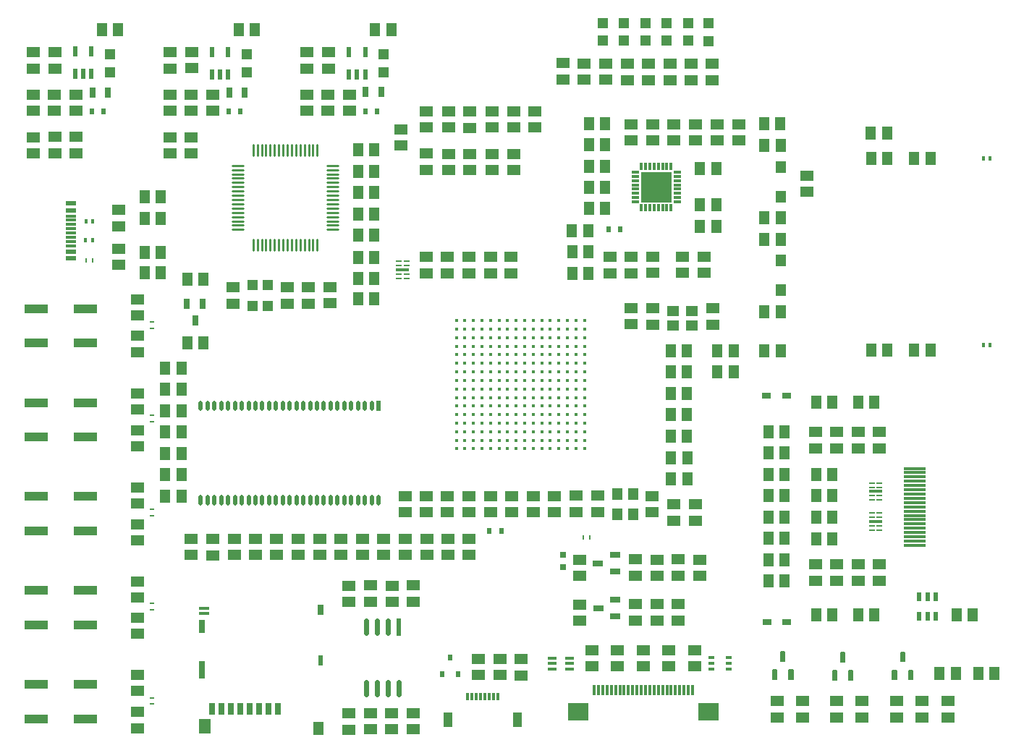
<source format=gbr>
G04 EAGLE Gerber RS-274X export*
G75*
%MOMM*%
%FSLAX34Y34*%
%LPD*%
%INSolderpaste Top*%
%IPPOS*%
%AMOC8*
5,1,8,0,0,1.08239X$1,22.5*%
G01*
%ADD10R,1.500000X1.300000*%
%ADD11R,1.300000X1.500000*%
%ADD12R,1.550000X0.400000*%
%ADD13R,0.675000X0.200000*%
%ADD14R,0.400000X0.500000*%
%ADD15R,0.250000X0.500000*%
%ADD16R,0.800000X0.800000*%
%ADD17R,0.850000X0.300000*%
%ADD18R,0.300000X0.850000*%
%ADD19R,3.600000X3.600000*%
%ADD20R,0.800000X1.400000*%
%ADD21R,1.150000X0.450000*%
%ADD22R,1.350000X1.800000*%
%ADD23R,0.650000X2.140000*%
%ADD24R,0.650000X1.600000*%
%ADD25R,0.650000X1.300000*%
%ADD26R,0.600000X1.150000*%
%ADD27R,1.160000X1.500000*%
%ADD28R,0.800000X1.200000*%
%ADD29R,1.200000X1.200000*%
%ADD30R,0.559000X0.724000*%
%ADD31C,0.150000*%
%ADD32R,2.750000X1.000000*%
%ADD33C,0.450000*%
%ADD34R,0.500000X0.250000*%
%ADD35R,0.300000X0.900000*%
%ADD36R,1.100000X1.800000*%
%ADD37R,0.700000X1.250000*%
%ADD38R,1.400000X1.200000*%
%ADD39R,1.200000X1.400000*%
%ADD40R,1.250000X0.700000*%
%ADD41R,2.400000X2.000000*%
%ADD42R,0.300000X1.250000*%
%ADD43R,0.780000X0.350000*%
%ADD44R,1.000000X0.750000*%
%ADD45R,2.600000X0.300000*%
%ADD46R,0.532000X1.072000*%
%ADD47R,0.600000X1.200000*%
%ADD48C,0.250000*%
%ADD49R,0.598000X2.005000*%
%ADD50C,0.598000*%
%ADD51R,1.000000X0.400000*%
%ADD52R,0.600000X0.800000*%
%ADD53R,1.150000X0.600000*%
%ADD54R,1.150000X0.300000*%
%ADD55R,0.486000X1.206000*%
%ADD56C,0.486000*%
%ADD57R,1.200000X1.300000*%


D10*
X360200Y750400D03*
X360200Y769400D03*
D11*
X439000Y704700D03*
X420000Y704700D03*
X919300Y374700D03*
X900300Y374700D03*
X919300Y350200D03*
X900300Y350200D03*
X919300Y325200D03*
X900300Y325200D03*
X919300Y300200D03*
X900300Y300200D03*
X919300Y275200D03*
X900300Y275200D03*
X919300Y250200D03*
X900300Y250200D03*
X919300Y225200D03*
X900300Y225200D03*
X919300Y200200D03*
X900300Y200200D03*
X189100Y649700D03*
X170100Y649700D03*
X189100Y624700D03*
X170100Y624700D03*
X194500Y449600D03*
X213500Y449600D03*
X194500Y424600D03*
X213500Y424600D03*
D10*
X274200Y524900D03*
X274200Y543900D03*
X337200Y524900D03*
X337200Y543900D03*
X200200Y750400D03*
X200200Y769400D03*
X224900Y750500D03*
X224900Y769500D03*
X249700Y750400D03*
X249700Y769400D03*
X384900Y750500D03*
X384900Y769500D03*
X469900Y710000D03*
X469900Y729000D03*
D11*
X859500Y445400D03*
X840500Y445400D03*
X805000Y444900D03*
X786000Y444900D03*
D10*
X674900Y281000D03*
X674900Y300000D03*
D11*
X805300Y320200D03*
X786300Y320200D03*
X805300Y344700D03*
X786300Y344700D03*
D10*
X524700Y280700D03*
X524700Y299700D03*
X524800Y579300D03*
X524800Y560300D03*
X549747Y579489D03*
X549747Y560489D03*
X409700Y750400D03*
X409700Y769400D03*
X39700Y700700D03*
X39700Y719700D03*
X475200Y280700D03*
X475200Y299700D03*
X575046Y280774D03*
X575046Y299774D03*
X90200Y700900D03*
X90200Y719900D03*
X65200Y700900D03*
X65200Y719900D03*
X40200Y750400D03*
X40200Y769400D03*
D11*
X820200Y640300D03*
X839200Y640300D03*
X914600Y469700D03*
X895600Y469700D03*
X859300Y469700D03*
X840300Y469700D03*
D10*
X739800Y734800D03*
X739800Y715800D03*
X64900Y750500D03*
X64900Y769500D03*
X824700Y560700D03*
X824700Y579700D03*
D11*
X670900Y560300D03*
X689900Y560300D03*
X670700Y585300D03*
X689700Y585300D03*
X670400Y610300D03*
X689400Y610300D03*
D10*
X599850Y280757D03*
X599850Y299757D03*
X649815Y280732D03*
X649815Y299732D03*
X624850Y280757D03*
X624850Y299757D03*
D11*
X420200Y530300D03*
X439200Y530300D03*
D10*
X161800Y529800D03*
X161800Y510800D03*
X162300Y419800D03*
X162300Y400800D03*
X89700Y750400D03*
X89700Y769400D03*
X162300Y309800D03*
X162300Y290800D03*
X162300Y199800D03*
X162300Y180800D03*
X162300Y90300D03*
X162300Y71300D03*
X250300Y249300D03*
X250300Y230300D03*
X764200Y280700D03*
X764200Y299700D03*
X484200Y26700D03*
X484200Y45700D03*
D11*
X189100Y585200D03*
X170100Y585200D03*
X239300Y553700D03*
X220300Y553700D03*
D10*
X835200Y500400D03*
X835200Y519400D03*
X765200Y500400D03*
X765200Y519400D03*
D11*
X1039000Y724700D03*
X1020000Y724700D03*
X189100Y560700D03*
X170100Y560700D03*
D10*
X944800Y674800D03*
X944800Y655800D03*
X549700Y280700D03*
X549700Y299700D03*
X744700Y206400D03*
X744700Y225400D03*
X769700Y206200D03*
X769700Y225200D03*
X679700Y206200D03*
X679700Y225200D03*
X744700Y153900D03*
X744700Y172900D03*
D11*
X439100Y679700D03*
X420100Y679700D03*
D10*
X769700Y154200D03*
X769700Y173200D03*
X679700Y153700D03*
X679700Y172700D03*
X794700Y206400D03*
X794700Y225400D03*
X819700Y206200D03*
X819700Y225200D03*
X794700Y154200D03*
X794700Y173200D03*
D11*
X1024100Y409700D03*
X1005100Y409700D03*
X974800Y409700D03*
X955800Y409700D03*
X1024100Y160200D03*
X1005100Y160200D03*
X974800Y160200D03*
X955800Y160200D03*
D10*
X955200Y200700D03*
X955200Y219700D03*
D12*
X472200Y564300D03*
D13*
X467820Y574300D03*
X467820Y569300D03*
X467820Y559300D03*
X467820Y554300D03*
X476580Y554300D03*
X476580Y559300D03*
X476580Y569300D03*
X476580Y574300D03*
D14*
X101600Y621100D03*
X109600Y621100D03*
X101300Y599100D03*
X109300Y599100D03*
D15*
X683350Y250800D03*
X690850Y250800D03*
D16*
X660100Y230500D03*
X660100Y216500D03*
D17*
X793300Y643900D03*
X793300Y648900D03*
X793300Y653900D03*
X793300Y658900D03*
X793300Y663900D03*
X793300Y668900D03*
X793300Y673900D03*
X793300Y678900D03*
D18*
X786300Y685900D03*
X781300Y685900D03*
X776300Y685900D03*
X771300Y685900D03*
X766300Y685900D03*
X761300Y685900D03*
X756300Y685900D03*
X751300Y685900D03*
D17*
X744300Y678900D03*
X744300Y673900D03*
X744300Y668900D03*
X744300Y663900D03*
X744300Y658900D03*
X744300Y653900D03*
X744300Y648900D03*
X744300Y643900D03*
D18*
X751300Y636900D03*
X756300Y636900D03*
X761300Y636900D03*
X766300Y636900D03*
X771300Y636900D03*
X776300Y636900D03*
X781300Y636900D03*
X786300Y636900D03*
D19*
X768800Y661400D03*
D20*
X326450Y50400D03*
X315440Y50400D03*
X304440Y50400D03*
X293440Y50400D03*
X282440Y50400D03*
X271440Y50400D03*
X260440Y50400D03*
X249440Y50400D03*
D21*
X239790Y168650D03*
X239790Y162050D03*
D22*
X240800Y29900D03*
D23*
X237290Y96200D03*
D24*
X237290Y147000D03*
D25*
X376300Y166400D03*
D26*
X376550Y107150D03*
D27*
X373740Y27400D03*
D28*
X109500Y771800D03*
X127500Y771800D03*
X269500Y772300D03*
X287500Y772300D03*
D29*
X450100Y816900D03*
X450100Y795900D03*
X706200Y832500D03*
X706200Y853500D03*
X730700Y832500D03*
X730700Y853500D03*
X756200Y832500D03*
X756200Y853500D03*
X780700Y832500D03*
X780700Y853500D03*
X806200Y832500D03*
X806200Y853500D03*
X830200Y832400D03*
X830200Y853400D03*
X130100Y816900D03*
X130100Y795900D03*
X290100Y816900D03*
X290100Y795900D03*
D30*
X518300Y91260D03*
X537300Y91260D03*
X527800Y110940D03*
D31*
X909850Y95900D02*
X909850Y85100D01*
X905350Y85100D01*
X905350Y95900D01*
X909850Y95900D01*
X909850Y86525D02*
X905350Y86525D01*
X905350Y87950D02*
X909850Y87950D01*
X909850Y89375D02*
X905350Y89375D01*
X905350Y90800D02*
X909850Y90800D01*
X909850Y92225D02*
X905350Y92225D01*
X905350Y93650D02*
X909850Y93650D01*
X909850Y95075D02*
X905350Y95075D01*
X928850Y95900D02*
X928850Y85100D01*
X924350Y85100D01*
X924350Y95900D01*
X928850Y95900D01*
X928850Y86525D02*
X924350Y86525D01*
X924350Y87950D02*
X928850Y87950D01*
X928850Y89375D02*
X924350Y89375D01*
X924350Y90800D02*
X928850Y90800D01*
X928850Y92225D02*
X924350Y92225D01*
X924350Y93650D02*
X928850Y93650D01*
X928850Y95075D02*
X924350Y95075D01*
X919350Y106300D02*
X919350Y117100D01*
X919350Y106300D02*
X914850Y106300D01*
X914850Y117100D01*
X919350Y117100D01*
X919350Y107725D02*
X914850Y107725D01*
X914850Y109150D02*
X919350Y109150D01*
X919350Y110575D02*
X914850Y110575D01*
X914850Y112000D02*
X919350Y112000D01*
X919350Y113425D02*
X914850Y113425D01*
X914850Y114850D02*
X919350Y114850D01*
X919350Y116275D02*
X914850Y116275D01*
X1049850Y95700D02*
X1049850Y84900D01*
X1045350Y84900D01*
X1045350Y95700D01*
X1049850Y95700D01*
X1049850Y86325D02*
X1045350Y86325D01*
X1045350Y87750D02*
X1049850Y87750D01*
X1049850Y89175D02*
X1045350Y89175D01*
X1045350Y90600D02*
X1049850Y90600D01*
X1049850Y92025D02*
X1045350Y92025D01*
X1045350Y93450D02*
X1049850Y93450D01*
X1049850Y94875D02*
X1045350Y94875D01*
X1068850Y95700D02*
X1068850Y84900D01*
X1064350Y84900D01*
X1064350Y95700D01*
X1068850Y95700D01*
X1068850Y86325D02*
X1064350Y86325D01*
X1064350Y87750D02*
X1068850Y87750D01*
X1068850Y89175D02*
X1064350Y89175D01*
X1064350Y90600D02*
X1068850Y90600D01*
X1068850Y92025D02*
X1064350Y92025D01*
X1064350Y93450D02*
X1068850Y93450D01*
X1068850Y94875D02*
X1064350Y94875D01*
X1059350Y106100D02*
X1059350Y116900D01*
X1059350Y106100D02*
X1054850Y106100D01*
X1054850Y116900D01*
X1059350Y116900D01*
X1059350Y107525D02*
X1054850Y107525D01*
X1054850Y108950D02*
X1059350Y108950D01*
X1059350Y110375D02*
X1054850Y110375D01*
X1054850Y111800D02*
X1059350Y111800D01*
X1059350Y113225D02*
X1054850Y113225D01*
X1054850Y114650D02*
X1059350Y114650D01*
X1059350Y116075D02*
X1054850Y116075D01*
X979850Y95500D02*
X979850Y84700D01*
X975350Y84700D01*
X975350Y95500D01*
X979850Y95500D01*
X979850Y86125D02*
X975350Y86125D01*
X975350Y87550D02*
X979850Y87550D01*
X979850Y88975D02*
X975350Y88975D01*
X975350Y90400D02*
X979850Y90400D01*
X979850Y91825D02*
X975350Y91825D01*
X975350Y93250D02*
X979850Y93250D01*
X979850Y94675D02*
X975350Y94675D01*
X998850Y95500D02*
X998850Y84700D01*
X994350Y84700D01*
X994350Y95500D01*
X998850Y95500D01*
X998850Y86125D02*
X994350Y86125D01*
X994350Y87550D02*
X998850Y87550D01*
X998850Y88975D02*
X994350Y88975D01*
X994350Y90400D02*
X998850Y90400D01*
X998850Y91825D02*
X994350Y91825D01*
X994350Y93250D02*
X998850Y93250D01*
X998850Y94675D02*
X994350Y94675D01*
X989350Y105900D02*
X989350Y116700D01*
X989350Y105900D02*
X984850Y105900D01*
X984850Y116700D01*
X989350Y116700D01*
X989350Y107325D02*
X984850Y107325D01*
X984850Y108750D02*
X989350Y108750D01*
X989350Y110175D02*
X984850Y110175D01*
X984850Y111600D02*
X989350Y111600D01*
X989350Y113025D02*
X984850Y113025D01*
X984850Y114450D02*
X989350Y114450D01*
X989350Y115875D02*
X984850Y115875D01*
D11*
X439100Y554700D03*
X420100Y554700D03*
D10*
X140200Y615400D03*
X140200Y634400D03*
D11*
X1039300Y695200D03*
X1020300Y695200D03*
D10*
X764700Y715700D03*
X764700Y734700D03*
D11*
X1039300Y470200D03*
X1020300Y470200D03*
D10*
X799800Y579800D03*
X799800Y560800D03*
D11*
X914300Y515200D03*
X895300Y515200D03*
X914300Y600200D03*
X895300Y600200D03*
X914300Y625200D03*
X895300Y625200D03*
X914300Y710200D03*
X895300Y710200D03*
D10*
X814800Y734800D03*
X814800Y715800D03*
X789800Y734800D03*
X789800Y715800D03*
X140200Y570400D03*
X140200Y589400D03*
D11*
X690200Y735300D03*
X709200Y735300D03*
X690200Y685800D03*
X709200Y685800D03*
X690200Y660800D03*
X709200Y660800D03*
X690200Y636300D03*
X709200Y636300D03*
D10*
X739700Y500700D03*
X739700Y519700D03*
X765200Y560700D03*
X765200Y579700D03*
D11*
X690200Y710800D03*
X709200Y710800D03*
D10*
X865300Y734800D03*
X865300Y715800D03*
X840300Y734800D03*
X840300Y715800D03*
X753700Y100200D03*
X753700Y119200D03*
D11*
X459100Y845200D03*
X440100Y845200D03*
D10*
X723700Y100200D03*
X723700Y119200D03*
X693700Y100200D03*
X693700Y119200D03*
X783700Y100200D03*
X783700Y119200D03*
X813700Y100200D03*
X813700Y119200D03*
X955200Y355700D03*
X955200Y374700D03*
X980200Y355700D03*
X980200Y374700D03*
X1005200Y355700D03*
X1005200Y374700D03*
X1030200Y355700D03*
X1030200Y374700D03*
D11*
X974800Y325200D03*
X955800Y325200D03*
X974800Y300200D03*
X955800Y300200D03*
D10*
X789700Y270900D03*
X789700Y289900D03*
D11*
X974800Y274700D03*
X955800Y274700D03*
X974800Y249700D03*
X955800Y249700D03*
D10*
X1030200Y200700D03*
X1030200Y219700D03*
X979800Y219800D03*
X979800Y200800D03*
X1005300Y219800D03*
X1005300Y200800D03*
D11*
X1119300Y91700D03*
X1100300Y91700D03*
X1139300Y160200D03*
X1120300Y160200D03*
X1145700Y91800D03*
X1164700Y91800D03*
D10*
X1110200Y40700D03*
X1110200Y59700D03*
X1009700Y40700D03*
X1009700Y59700D03*
X714800Y579600D03*
X714800Y560600D03*
X939700Y40700D03*
X939700Y59700D03*
X1050200Y40700D03*
X1050200Y59700D03*
X979700Y40700D03*
X979700Y59700D03*
X910200Y40700D03*
X910200Y59700D03*
X1079700Y40700D03*
X1079700Y59700D03*
X739800Y579600D03*
X739800Y560600D03*
D11*
X139300Y845700D03*
X120300Y845700D03*
X299300Y845200D03*
X280300Y845200D03*
D10*
X627200Y730900D03*
X627200Y749900D03*
X709700Y786900D03*
X709700Y805900D03*
X659700Y787400D03*
X659700Y806400D03*
X684800Y806100D03*
X684800Y787100D03*
X362200Y525100D03*
X362200Y544100D03*
X734800Y805600D03*
X734800Y786600D03*
X759800Y805600D03*
X759800Y786600D03*
X784800Y805600D03*
X784800Y786600D03*
X809800Y805600D03*
X809800Y786600D03*
X834300Y805600D03*
X834300Y786600D03*
X161800Y487100D03*
X161800Y468100D03*
X162300Y376600D03*
X162300Y357600D03*
X162300Y266600D03*
X162300Y247600D03*
X162300Y157600D03*
X162300Y138600D03*
X162300Y47100D03*
X162300Y28100D03*
X387200Y525300D03*
X387200Y544300D03*
X300300Y249600D03*
X300300Y230600D03*
X350300Y249600D03*
X350300Y230600D03*
X400300Y249600D03*
X400300Y230600D03*
X450300Y249600D03*
X450300Y230600D03*
X500300Y249600D03*
X500300Y230600D03*
X224800Y249600D03*
X224800Y230600D03*
X700200Y280900D03*
X700200Y299900D03*
X602200Y730900D03*
X602200Y749900D03*
X576700Y730900D03*
X576700Y749900D03*
X360200Y800200D03*
X360200Y819200D03*
X525700Y730900D03*
X525700Y749900D03*
X499700Y730900D03*
X499700Y749900D03*
X602200Y680900D03*
X602200Y699900D03*
X576700Y680900D03*
X576700Y699900D03*
X525700Y680900D03*
X525700Y699900D03*
X499700Y681400D03*
X499700Y700400D03*
X375300Y249600D03*
X375300Y230600D03*
X425300Y249600D03*
X425300Y230600D03*
X475300Y249600D03*
X475300Y230600D03*
X385200Y800200D03*
X385200Y819200D03*
X525300Y249600D03*
X525300Y230600D03*
X459300Y45600D03*
X459300Y26600D03*
X434300Y45600D03*
X434300Y26600D03*
X459700Y175900D03*
X459700Y194900D03*
X409200Y175900D03*
X409200Y194900D03*
X434800Y195100D03*
X434800Y176100D03*
X484300Y195100D03*
X484300Y176100D03*
X409200Y26400D03*
X409200Y45400D03*
X560800Y109100D03*
X560800Y90100D03*
X610700Y89900D03*
X610700Y108900D03*
X40200Y800200D03*
X40200Y819200D03*
X585800Y109100D03*
X585800Y90100D03*
X65200Y800200D03*
X65200Y819200D03*
X200200Y800200D03*
X200200Y819200D03*
D11*
X239100Y479200D03*
X220100Y479200D03*
D10*
X225200Y800400D03*
X225200Y819400D03*
D11*
X439100Y604700D03*
X420100Y604700D03*
X439100Y629700D03*
X420100Y629700D03*
X439100Y654700D03*
X420100Y654700D03*
X439100Y579200D03*
X420100Y579200D03*
X1089600Y470200D03*
X1070600Y470200D03*
X1089600Y695200D03*
X1070600Y695200D03*
X839300Y615200D03*
X820300Y615200D03*
X839100Y682700D03*
X820100Y682700D03*
X914100Y735200D03*
X895100Y735200D03*
D10*
X550100Y249500D03*
X550100Y230500D03*
D32*
X101050Y479100D03*
X43550Y479100D03*
X101050Y519100D03*
X43550Y519100D03*
X101250Y369100D03*
X43750Y369100D03*
X101250Y409100D03*
X43750Y409100D03*
X100950Y259100D03*
X43450Y259100D03*
X100950Y299100D03*
X43450Y299100D03*
X101150Y149100D03*
X43650Y149100D03*
X101150Y189100D03*
X43650Y189100D03*
X101350Y39100D03*
X43850Y39100D03*
X101350Y79100D03*
X43850Y79100D03*
D33*
X535000Y505000D03*
X545000Y505000D03*
X555000Y505000D03*
X565000Y505000D03*
X575000Y505000D03*
X585000Y505000D03*
X595000Y505000D03*
X605000Y505000D03*
X615000Y505000D03*
X625000Y505000D03*
X635000Y505000D03*
X645000Y505000D03*
X655000Y505000D03*
X665000Y505000D03*
X675000Y505000D03*
X685000Y505000D03*
X535000Y495000D03*
X545000Y495000D03*
X555000Y495000D03*
X565000Y495000D03*
X575000Y495000D03*
X585000Y495000D03*
X595000Y495000D03*
X605000Y495000D03*
X615000Y495000D03*
X625000Y495000D03*
X635000Y495000D03*
X645000Y495000D03*
X655000Y495000D03*
X665000Y495000D03*
X675000Y495000D03*
X685000Y495000D03*
X535000Y485000D03*
X545000Y485000D03*
X555000Y485000D03*
X565000Y485000D03*
X575000Y485000D03*
X585000Y485000D03*
X595000Y485000D03*
X605000Y485000D03*
X615000Y485000D03*
X625000Y485000D03*
X635000Y485000D03*
X645000Y485000D03*
X655000Y485000D03*
X665000Y485000D03*
X675000Y485000D03*
X685000Y485000D03*
X535000Y475000D03*
X545000Y475000D03*
X555000Y475000D03*
X565000Y475000D03*
X575000Y475000D03*
X585000Y475000D03*
X595000Y475000D03*
X605000Y475000D03*
X615000Y475000D03*
X625000Y475000D03*
X635000Y475000D03*
X645000Y475000D03*
X655000Y475000D03*
X665000Y475000D03*
X675000Y475000D03*
X685000Y475000D03*
X535000Y465000D03*
X545000Y465000D03*
X555000Y465000D03*
X565000Y465000D03*
X575000Y465000D03*
X585000Y465000D03*
X595000Y465000D03*
X605000Y465000D03*
X615000Y465000D03*
X625000Y465000D03*
X635000Y465000D03*
X645000Y465000D03*
X655000Y465000D03*
X665000Y465000D03*
X675000Y465000D03*
X685000Y465000D03*
X535000Y455000D03*
X545000Y455000D03*
X555000Y455000D03*
X565000Y455000D03*
X575000Y455000D03*
X585000Y455000D03*
X595000Y455000D03*
X605000Y455000D03*
X615000Y455000D03*
X625000Y455000D03*
X635000Y455000D03*
X645000Y455000D03*
X655000Y455000D03*
X665000Y455000D03*
X675000Y455000D03*
X685000Y455000D03*
X535000Y445000D03*
X545000Y445000D03*
X555000Y445000D03*
X565000Y445000D03*
X575000Y445000D03*
X585000Y445000D03*
X595000Y445000D03*
X605000Y445000D03*
X615000Y445000D03*
X625000Y445000D03*
X635000Y445000D03*
X645000Y445000D03*
X655000Y445000D03*
X665000Y445000D03*
X675000Y445000D03*
X685000Y445000D03*
X535000Y435000D03*
X545000Y435000D03*
X555000Y435000D03*
X565000Y435000D03*
X575000Y435000D03*
X585000Y435000D03*
X595000Y435000D03*
X605000Y435000D03*
X615000Y435000D03*
X625000Y435000D03*
X635000Y435000D03*
X645000Y435000D03*
X655000Y435000D03*
X665000Y435000D03*
X675000Y435000D03*
X685000Y435000D03*
X535000Y425000D03*
X545000Y425000D03*
X555000Y425000D03*
X565000Y425000D03*
X575000Y425000D03*
X585000Y425000D03*
X595000Y425000D03*
X605000Y425000D03*
X615000Y425000D03*
X625000Y425000D03*
X635000Y425000D03*
X645000Y425000D03*
X655000Y425000D03*
X665000Y425000D03*
X675000Y425000D03*
X685000Y425000D03*
X535000Y415000D03*
X545000Y415000D03*
X555000Y415000D03*
X565000Y415000D03*
X575000Y415000D03*
X585000Y415000D03*
X595000Y415000D03*
X605000Y415000D03*
X615000Y415000D03*
X625000Y415000D03*
X635000Y415000D03*
X645000Y415000D03*
X655000Y415000D03*
X665000Y415000D03*
X675000Y415000D03*
X685000Y415000D03*
X535000Y405000D03*
X545000Y405000D03*
X555000Y405000D03*
X565000Y405000D03*
X575000Y405000D03*
X585000Y405000D03*
X595000Y405000D03*
X605000Y405000D03*
X615000Y405000D03*
X625000Y405000D03*
X635000Y405000D03*
X645000Y405000D03*
X655000Y405000D03*
X665000Y405000D03*
X675000Y405000D03*
X685000Y405000D03*
X535000Y395000D03*
X545000Y395000D03*
X555000Y395000D03*
X565000Y395000D03*
X575000Y395000D03*
X585000Y395000D03*
X595000Y395000D03*
X605000Y395000D03*
X615000Y395000D03*
X625000Y395000D03*
X635000Y395000D03*
X645000Y395000D03*
X655000Y395000D03*
X665000Y395000D03*
X675000Y395000D03*
X685000Y395000D03*
X535000Y385000D03*
X545000Y385000D03*
X555000Y385000D03*
X565000Y385000D03*
X575000Y385000D03*
X585000Y385000D03*
X595000Y385000D03*
X605000Y385000D03*
X615000Y385000D03*
X625000Y385000D03*
X635000Y385000D03*
X645000Y385000D03*
X655000Y385000D03*
X665000Y385000D03*
X675000Y385000D03*
X685000Y385000D03*
X535000Y375000D03*
X545000Y375000D03*
X555000Y375000D03*
X565000Y375000D03*
X575000Y375000D03*
X585000Y375000D03*
X595000Y375000D03*
X605000Y375000D03*
X615000Y375000D03*
X625000Y375000D03*
X635000Y375000D03*
X645000Y375000D03*
X655000Y375000D03*
X665000Y375000D03*
X675000Y375000D03*
X685000Y375000D03*
X535000Y365000D03*
X545000Y365000D03*
X555000Y365000D03*
X565000Y365000D03*
X575000Y365000D03*
X585000Y365000D03*
X595000Y365000D03*
X605000Y365000D03*
X615000Y365000D03*
X625000Y365000D03*
X635000Y365000D03*
X645000Y365000D03*
X655000Y365000D03*
X665000Y365000D03*
X675000Y365000D03*
X685000Y365000D03*
X535000Y355000D03*
X545000Y355000D03*
X555000Y355000D03*
X565000Y355000D03*
X575000Y355000D03*
X585000Y355000D03*
X595000Y355000D03*
X605000Y355000D03*
X615000Y355000D03*
X625000Y355000D03*
X635000Y355000D03*
X645000Y355000D03*
X655000Y355000D03*
X665000Y355000D03*
X675000Y355000D03*
X685000Y355000D03*
D34*
X178900Y173750D03*
X178900Y166250D03*
X178900Y63650D03*
X178900Y56150D03*
D35*
X548400Y64700D03*
X553400Y64700D03*
X558400Y64700D03*
X563400Y64700D03*
X568400Y64700D03*
X573400Y64700D03*
X578400Y64700D03*
X583400Y64700D03*
D36*
X525400Y38200D03*
X606400Y38200D03*
D37*
X219500Y525100D03*
X238500Y525100D03*
X229500Y505100D03*
D38*
X810750Y516450D03*
X810750Y498950D03*
X788250Y498950D03*
X788250Y516450D03*
D39*
X914600Y650100D03*
X914600Y684700D03*
X914400Y575100D03*
X914400Y540500D03*
D40*
X720800Y211600D03*
X720800Y230600D03*
X700800Y221100D03*
X721100Y159100D03*
X721100Y178100D03*
X701100Y168600D03*
D41*
X830400Y47300D03*
X677400Y47300D03*
D42*
X761400Y72400D03*
X766400Y72400D03*
X771400Y72400D03*
X776400Y72400D03*
X781400Y72400D03*
X786400Y72400D03*
X791400Y72400D03*
X796400Y72400D03*
X801400Y72400D03*
X806400Y72400D03*
X711400Y72400D03*
X716400Y72400D03*
X721400Y72400D03*
X726400Y72400D03*
X731400Y72400D03*
X736400Y72400D03*
X741400Y72400D03*
X746400Y72400D03*
X751400Y72400D03*
X756400Y72400D03*
X706400Y72400D03*
X811400Y72400D03*
X701400Y72400D03*
X696400Y72400D03*
D43*
X833600Y110400D03*
X833600Y103900D03*
X833600Y97400D03*
X853600Y97400D03*
X853600Y103900D03*
X853600Y110400D03*
D44*
X921630Y417300D03*
X898170Y417300D03*
X921730Y152300D03*
X898270Y152300D03*
D45*
X1071000Y287000D03*
X1071000Y282000D03*
X1071000Y277000D03*
X1071000Y272000D03*
X1071000Y267000D03*
X1071000Y262000D03*
X1071000Y257000D03*
X1071000Y252000D03*
X1071000Y247000D03*
X1071000Y242000D03*
X1071000Y292000D03*
X1071000Y297000D03*
X1071000Y302000D03*
X1071000Y307000D03*
X1071000Y312000D03*
X1071000Y317000D03*
X1071000Y322000D03*
X1071000Y327000D03*
X1071000Y332000D03*
D46*
X1095800Y181690D03*
X1086300Y181690D03*
X1076800Y181690D03*
X1076800Y158710D03*
X1086300Y158710D03*
X1095800Y158710D03*
D47*
X428300Y819500D03*
X409300Y819500D03*
X409300Y793500D03*
X418800Y793500D03*
X428300Y793500D03*
X108200Y820000D03*
X89200Y820000D03*
X89200Y794000D03*
X98700Y794000D03*
X108200Y794000D03*
X268100Y819500D03*
X249100Y819500D03*
X249100Y793500D03*
X258600Y793500D03*
X268100Y793500D03*
D15*
X101850Y575900D03*
X109350Y575900D03*
D34*
X178900Y503550D03*
X178900Y496050D03*
X178900Y393950D03*
X178900Y386450D03*
X178900Y283850D03*
X178900Y276350D03*
D48*
X273050Y611600D02*
X286050Y611600D01*
X286050Y616600D02*
X273050Y616600D01*
X273050Y621600D02*
X286050Y621600D01*
X286050Y626600D02*
X273050Y626600D01*
X273050Y631600D02*
X286050Y631600D01*
X286050Y636600D02*
X273050Y636600D01*
X273050Y641600D02*
X286050Y641600D01*
X286050Y646600D02*
X273050Y646600D01*
X273050Y651600D02*
X286050Y651600D01*
X286050Y656600D02*
X273050Y656600D01*
X273050Y661600D02*
X286050Y661600D01*
X286050Y666600D02*
X273050Y666600D01*
X273050Y671600D02*
X286050Y671600D01*
X286050Y676600D02*
X273050Y676600D01*
X273050Y681600D02*
X286050Y681600D01*
X286050Y686600D02*
X273050Y686600D01*
X297300Y697850D02*
X297300Y710850D01*
X302300Y710850D02*
X302300Y697850D01*
X307300Y697850D02*
X307300Y710850D01*
X312300Y710850D02*
X312300Y697850D01*
X317300Y697850D02*
X317300Y710850D01*
X322300Y710850D02*
X322300Y697850D01*
X327300Y697850D02*
X327300Y710850D01*
X332300Y710850D02*
X332300Y697850D01*
X337300Y697850D02*
X337300Y710850D01*
X342300Y710850D02*
X342300Y697850D01*
X347300Y697850D02*
X347300Y710850D01*
X352300Y710850D02*
X352300Y697850D01*
X357300Y697850D02*
X357300Y710850D01*
X362300Y710850D02*
X362300Y697850D01*
X367300Y697850D02*
X367300Y710850D01*
X372300Y710850D02*
X372300Y697850D01*
X383550Y686600D02*
X396550Y686600D01*
X396550Y681600D02*
X383550Y681600D01*
X383550Y676600D02*
X396550Y676600D01*
X396550Y671600D02*
X383550Y671600D01*
X383550Y666600D02*
X396550Y666600D01*
X396550Y661600D02*
X383550Y661600D01*
X383550Y656600D02*
X396550Y656600D01*
X396550Y651600D02*
X383550Y651600D01*
X383550Y646600D02*
X396550Y646600D01*
X396550Y641600D02*
X383550Y641600D01*
X383550Y636600D02*
X396550Y636600D01*
X396550Y631600D02*
X383550Y631600D01*
X383550Y626600D02*
X396550Y626600D01*
X396550Y621600D02*
X383550Y621600D01*
X383550Y616600D02*
X396550Y616600D01*
X396550Y611600D02*
X383550Y611600D01*
X372300Y600350D02*
X372300Y587350D01*
X367300Y587350D02*
X367300Y600350D01*
X362300Y600350D02*
X362300Y587350D01*
X357300Y587350D02*
X357300Y600350D01*
X352300Y600350D02*
X352300Y587350D01*
X347300Y587350D02*
X347300Y600350D01*
X342300Y600350D02*
X342300Y587350D01*
X337300Y587350D02*
X337300Y600350D01*
X332300Y600350D02*
X332300Y587350D01*
X327300Y587350D02*
X327300Y600350D01*
X322300Y600350D02*
X322300Y587350D01*
X317300Y587350D02*
X317300Y600350D01*
X312300Y600350D02*
X312300Y587350D01*
X307300Y587350D02*
X307300Y600350D01*
X302300Y600350D02*
X302300Y587350D01*
X297300Y587350D02*
X297300Y600350D01*
D49*
X467250Y146500D03*
D50*
X454550Y153535D02*
X454550Y139465D01*
X441850Y139465D02*
X441850Y153535D01*
X429150Y153535D02*
X429150Y139465D01*
X429150Y81535D02*
X429150Y67465D01*
X441850Y67465D02*
X441850Y81535D01*
X454550Y81535D02*
X454550Y67465D01*
X467250Y67465D02*
X467250Y81535D01*
D51*
X647500Y110100D03*
X647500Y103600D03*
X647500Y97100D03*
X667500Y97100D03*
X667500Y103600D03*
X667500Y110100D03*
D10*
X325000Y230500D03*
X325000Y249500D03*
X275500Y230500D03*
X275500Y249500D03*
D52*
X428500Y749500D03*
X442500Y749500D03*
X108500Y749500D03*
X122500Y749500D03*
X268500Y749500D03*
X282500Y749500D03*
D28*
X429000Y772500D03*
X447000Y772500D03*
D14*
X1151500Y476500D03*
X1159500Y476500D03*
X1151500Y695000D03*
X1159500Y695000D03*
D12*
X1025500Y305000D03*
D13*
X1021120Y315000D03*
X1021120Y310000D03*
X1021120Y300000D03*
X1021120Y295000D03*
X1029880Y295000D03*
X1029880Y300000D03*
X1029880Y310000D03*
X1029880Y315000D03*
D12*
X1025500Y270000D03*
D13*
X1021120Y280000D03*
X1021120Y275000D03*
X1021120Y265000D03*
X1021120Y260000D03*
X1029880Y260000D03*
X1029880Y265000D03*
X1029880Y275000D03*
X1029880Y280000D03*
D53*
X84250Y642000D03*
X84250Y578000D03*
X84250Y634000D03*
X84250Y586000D03*
D54*
X84250Y627500D03*
X84250Y592500D03*
X84250Y622500D03*
X84250Y597500D03*
X84250Y617500D03*
X84250Y602500D03*
X84250Y612500D03*
X84250Y607500D03*
D11*
X805000Y370000D03*
X786000Y370000D03*
X805000Y420000D03*
X786000Y420000D03*
D10*
X500000Y280500D03*
X500000Y299500D03*
X225000Y700500D03*
X225000Y719500D03*
X500000Y579500D03*
X500000Y560500D03*
D11*
X805000Y470000D03*
X786000Y470000D03*
X804813Y395095D03*
X785813Y395095D03*
D10*
X200000Y700500D03*
X200000Y719500D03*
X575000Y579500D03*
X575000Y560500D03*
D52*
X727000Y611500D03*
X713000Y611500D03*
X573500Y258500D03*
X587500Y258500D03*
D55*
X444000Y405300D03*
D56*
X436000Y408900D02*
X436000Y401700D01*
X428000Y401700D02*
X428000Y408900D01*
X420000Y408900D02*
X420000Y401700D01*
X412000Y401700D02*
X412000Y408900D01*
X404000Y408900D02*
X404000Y401700D01*
X396000Y401700D02*
X396000Y408900D01*
X388000Y408900D02*
X388000Y401700D01*
X380000Y401700D02*
X380000Y408900D01*
X372000Y408900D02*
X372000Y401700D01*
X364000Y401700D02*
X364000Y408900D01*
X356000Y408900D02*
X356000Y401700D01*
X348000Y401700D02*
X348000Y408900D01*
X340000Y408900D02*
X340000Y401700D01*
X332000Y401700D02*
X332000Y408900D01*
X324000Y408900D02*
X324000Y401700D01*
X316000Y401700D02*
X316000Y408900D01*
X308000Y408900D02*
X308000Y401700D01*
X300000Y401700D02*
X300000Y408900D01*
X292000Y408900D02*
X292000Y401700D01*
X284000Y401700D02*
X284000Y408900D01*
X276000Y408900D02*
X276000Y401700D01*
X268000Y401700D02*
X268000Y408900D01*
X260000Y408900D02*
X260000Y401700D01*
X252000Y401700D02*
X252000Y408900D01*
X244000Y408900D02*
X244000Y401700D01*
X236000Y401700D02*
X236000Y408900D01*
X236000Y298300D02*
X236000Y291100D01*
X244000Y291100D02*
X244000Y298300D01*
X252000Y298300D02*
X252000Y291100D01*
X260000Y291100D02*
X260000Y298300D01*
X268000Y298300D02*
X268000Y291100D01*
X276000Y291100D02*
X276000Y298300D01*
X284000Y298300D02*
X284000Y291100D01*
X292000Y291100D02*
X292000Y298300D01*
X300000Y298300D02*
X300000Y291100D01*
X308000Y291100D02*
X308000Y298300D01*
X316000Y298300D02*
X316000Y291100D01*
X324000Y291100D02*
X324000Y298300D01*
X332000Y298300D02*
X332000Y291100D01*
X340000Y291100D02*
X340000Y298300D01*
X348000Y298300D02*
X348000Y291100D01*
X356000Y291100D02*
X356000Y298300D01*
X364000Y298300D02*
X364000Y291100D01*
X372000Y291100D02*
X372000Y298300D01*
X380000Y298300D02*
X380000Y291100D01*
X388000Y291100D02*
X388000Y298300D01*
X396000Y298300D02*
X396000Y291100D01*
X404000Y291100D02*
X404000Y298300D01*
X412000Y298300D02*
X412000Y291100D01*
X420000Y291100D02*
X420000Y298300D01*
X428000Y298300D02*
X428000Y291100D01*
X436000Y291100D02*
X436000Y298300D01*
X444000Y298300D02*
X444000Y291100D01*
D10*
X599000Y579500D03*
X599000Y560500D03*
D11*
X194500Y399500D03*
X213500Y399500D03*
X194500Y374500D03*
X213500Y374500D03*
X194500Y349500D03*
X213500Y349500D03*
X194500Y324500D03*
X213500Y324500D03*
X194500Y299500D03*
X213500Y299500D03*
D10*
X551000Y730500D03*
X551000Y749500D03*
X551000Y681000D03*
X551000Y700000D03*
X815000Y271000D03*
X815000Y290000D03*
D57*
X314000Y546500D03*
X314000Y522000D03*
X297000Y522000D03*
X297000Y546500D03*
D39*
X723000Y302000D03*
X723000Y278000D03*
X742000Y302000D03*
X742000Y278000D03*
M02*

</source>
